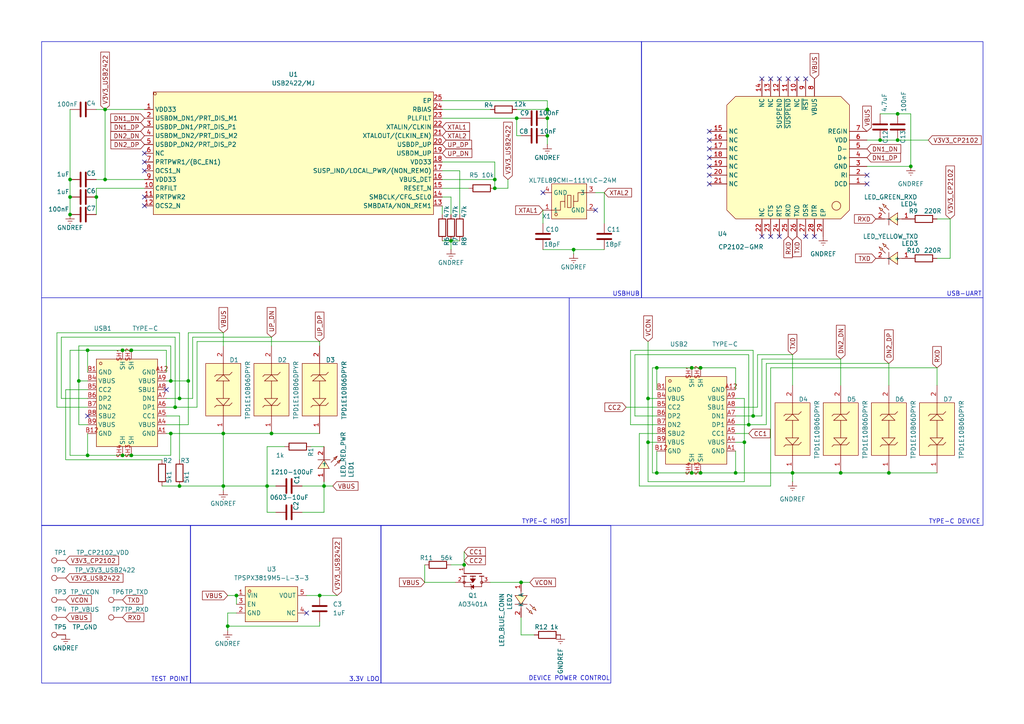
<source format=kicad_sch>
(kicad_sch (version 20250114) (generator "eeschema") (generator_version "9.0")
  (paper "A4")
  (title_block (title "Lichee-Jack USB Debugger") (date "2026-01-17") (rev "1.1") (company "KaliAssistant <work.kaliassistant.github@gmail.com>"))
  (lib_symbols
    (symbol "AO3401A:AO3401A" (pin_names (offset 1.016))
      (property "Reference" "Q" (at -13.97 -1.27 0))
      (property "Value" "AO3401A" (at -13.97 -3.81 0))
      (symbol "AO3401A_0_0"
        (pin passive line (at -5.08 2.54 0) (length 2.54) (name "~") (number "1"))
        (pin passive line (at 0 5.08 270) (length 2.54) (name "~") (number "2"))
        (pin passive line (at 0 -5.08 90) (length 2.54) (name "~") (number "3"))
      )
    )
    (symbol "CP2102-GMR:CP2102-GMR"
      (property "Reference" "U" (at 0 27.94 0))
      (property "Value" "CP2102-GMR" (at 0 -27.94 0))
      (symbol "CP2102-GMR_0_1"
        (pin unspecified line (at -22.86 7.62 0) (length 5.08) (name "DCD") (number "1"))
        (pin unspecified line (at -22.86 5.08 0) (length 5.08) (name "RI") (number "2"))
        (pin unspecified line (at -22.86 2.54 0) (length 5.08) (name "GND") (number "3"))
        (pin unspecified line (at -22.86 0 0) (length 5.08) (name "D+") (number "4"))
        (pin unspecified line (at -22.86 -2.54 0) (length 5.08) (name "D-") (number "5"))
        (pin unspecified line (at -22.86 -5.08 0) (length 5.08) (name "VDD") (number "6"))
        (pin unspecified line (at -22.86 -7.62 0) (length 5.08) (name "REGIN") (number "7"))
        (pin unspecified line (at -10.16 22.86 270) (length 5.08) (name "EP") (number "29"))
        (pin unspecified line (at -7.62 22.86 270) (length 5.08) (name "DTR") (number "28"))
        (pin unspecified line (at -7.62 -22.86 90) (length 5.08) (name "VBUS") (number "8"))
        (pin unspecified line (at -5.08 22.86 270) (length 5.08) (name "DSR") (number "27"))
        (pin unspecified line (at -5.08 -22.86 90) (length 5.08) (name "~{RST}") (number "9"))
        (pin unspecified line (at -2.54 22.86 270) (length 5.08) (name "TXD") (number "26"))
        (pin unspecified line (at -2.54 -22.86 90) (length 5.08) (name "NC") (number "10"))
        (pin unspecified line (at 0 22.86 270) (length 5.08) (name "RXD") (number "25"))
        (pin unspecified line (at 0 -22.86 90) (length 5.08) (name "~{SUSPEND}") (number "11"))
        (pin unspecified line (at 2.54 22.86 270) (length 5.08) (name "RTS") (number "24"))
        (pin unspecified line (at 2.54 -22.86 90) (length 5.08) (name "SUSPEND") (number "12"))
        (pin unspecified line (at 5.08 22.86 270) (length 5.08) (name "CTS") (number "23"))
        (pin unspecified line (at 5.08 -22.86 90) (length 5.08) (name "NC") (number "13"))
        (pin unspecified line (at 7.62 22.86 270) (length 5.08) (name "NC") (number "22"))
        (pin unspecified line (at 7.62 -22.86 90) (length 5.08) (name "NC") (number "14"))
        (pin unspecified line (at 22.86 7.62 180) (length 5.08) (name "NC") (number "21"))
        (pin unspecified line (at 22.86 5.08 180) (length 5.08) (name "NC") (number "20"))
        (pin unspecified line (at 22.86 2.54 180) (length 5.08) (name "NC") (number "19"))
        (pin unspecified line (at 22.86 0 180) (length 5.08) (name "NC") (number "18"))
        (pin unspecified line (at 22.86 -2.54 180) (length 5.08) (name "NC") (number "17"))
        (pin unspecified line (at 22.86 -5.08 180) (length 5.08) (name "NC") (number "16"))
        (pin unspecified line (at 22.86 -7.62 180) (length 5.08) (name "NC") (number "15"))
      )
    )
    (symbol "Connector:TestPoint" (pin_numbers (hide yes)) (pin_names (offset 0.762) (hide yes))
      (property "Reference" "TP" (at 0 6.858 0))
      (property "Value" "TestPoint" (at 0 5.08 0))
      (symbol "TestPoint_1_1"
        (pin passive line (at 0 0 90) (length 2.54) (name "1") (number "1"))
      )
    )
    (symbol "Device:C" (pin_numbers (hide yes)) (pin_names (offset 0.254))
      (property "Reference" "C" (at 0.635 2.54 0))
      (property "Value" "C" (at 0.635 -2.54 0))
      (symbol "C_1_1"
        (pin passive line (at 0 3.81 270) (length 2.794) (name "~") (number "1"))
        (pin passive line (at 0 -3.81 90) (length 2.794) (name "~") (number "2"))
      )
    )
    (symbol "Device:R" (pin_numbers (hide yes)) (pin_names (offset 0))
      (property "Reference" "R" (at 2.032 0 90))
      (property "Value" "R" (at 0 0 90))
      (symbol "R_1_1"
        (pin passive line (at 0 3.81 270) (length 1.27) (name "~") (number "1"))
        (pin passive line (at 0 -3.81 90) (length 1.27) (name "~") (number "2"))
      )
    )
    (symbol "TPD1E10B06DPYR:TPD1E10B06DPYR"
      (property "Reference" "U" (at 0 5.08 0))
      (property "Value" "TPD1E10B06DPYR" (at 0 -5.08 0))
      (symbol "TPD1E10B06DPYR_0_1"
        (pin bidirectional line (at -12.7 0 0) (length 5.08) (name "") (number "1"))
        (pin bidirectional line (at 12.7 0 180) (length 5.08) (name "") (number "2"))
      )
    )
    (symbol "TPSPX3819M5-L-3-3:TPSPX3819M5-L-3-3"
      (property "Reference" "U" (at 0 7.62 0))
      (property "Value" "TPSPX3819M5-L-3-3" (at 0 -7.62 0))
      (symbol "TPSPX3819M5-L-3-3_0_1"
        (pin unspecified line (at -10.16 2.54 0) (length 2.54) (name "VIN") (number "1"))
        (pin unspecified line (at -10.16 0 0) (length 2.54) (name "EN") (number "3"))
        (pin unspecified line (at -10.16 -2.54 0) (length 2.54) (name "GND") (number "2"))
        (pin unspecified line (at 10.16 2.54 180) (length 2.54) (name "VOUT") (number "5"))
        (pin unspecified line (at 10.16 -2.54 180) (length 2.54) (name "NC") (number "4"))
      )
    )
    (symbol "USB-TYPE-C-018:USB-TYPE-C-018"
      (property "Reference" "USB" (at 0 20.32 0))
      (property "Value" "USB-TYPE-C-018" (at 0 -20.32 0))
      (symbol "USB-TYPE-C-018_0_1"
        (pin unspecified line (at -11.43 8.89 0) (length 2.54) (name "GND") (number "B1"))
        (pin unspecified line (at -11.43 6.35 0) (length 2.54) (name "VBUS") (number "B4"))
        (pin unspecified line (at -11.43 3.81 0) (length 2.54) (name "CC2") (number "B5"))
        (pin unspecified line (at -11.43 1.27 0) (length 2.54) (name "DP2") (number "B6"))
        (pin unspecified line (at -11.43 -1.27 0) (length 2.54) (name "DN2") (number "B7"))
        (pin unspecified line (at -11.43 -3.81 0) (length 2.54) (name "SBU2") (number "B8"))
        (pin unspecified line (at -11.43 -6.35 0) (length 2.54) (name "VBUS") (number "B9"))
        (pin unspecified line (at -11.43 -8.89 0) (length 2.54) (name "GND") (number "B12"))
        (pin unspecified line (at 11.43 8.89 180) (length 2.54) (name "GND") (number "A12"))
        (pin unspecified line (at 11.43 6.35 180) (length 2.54) (name "VBUS") (number "A9"))
        (pin unspecified line (at 11.43 3.81 180) (length 2.54) (name "SBU1") (number "A8"))
        (pin unspecified line (at 11.43 1.27 180) (length 2.54) (name "DN1") (number "A7"))
        (pin unspecified line (at 11.43 -1.27 180) (length 2.54) (name "DP1") (number "A6"))
        (pin unspecified line (at 11.43 -3.81 180) (length 2.54) (name "CC1") (number "A5"))
        (pin unspecified line (at 11.43 -6.35 180) (length 2.54) (name "VBUS") (number "A4"))
        (pin unspecified line (at 11.43 -8.89 180) (length 2.54) (name "GND") (number "A1"))
      )
      (symbol "USB-TYPE-C-018_1_1"
        (pin unspecified line (at -1.27 15.24 270) (length 2.54) (name "SH") (number "SH1"))
        (pin unspecified line (at -1.27 -15.24 90) (length 2.54) (name "SH") (number "SH4"))
        (pin unspecified line (at 1.27 15.24 270) (length 2.54) (name "SH") (number "SH2"))
        (pin unspecified line (at 1.27 -15.24 90) (length 2.54) (name "SH") (number "SH3"))
      )
    )
    (symbol "USB-TYPE-C-018_1"
      (property "Reference" "USB" (at 0 20.32 0))
      (property "Value" "USB-TYPE-C-018" (at 0 -20.32 0))
      (symbol "USB-TYPE-C-018_1_0_1"
        (pin unspecified line (at -11.43 8.89 0) (length 2.54) (name "GND") (number "B1"))
        (pin unspecified line (at -11.43 6.35 0) (length 2.54) (name "VBUS") (number "B4"))
        (pin unspecified line (at -11.43 3.81 0) (length 2.54) (name "CC2") (number "B5"))
        (pin unspecified line (at -11.43 1.27 0) (length 2.54) (name "DP2") (number "B6"))
        (pin unspecified line (at -11.43 -1.27 0) (length 2.54) (name "DN2") (number "B7"))
        (pin unspecified line (at -11.43 -3.81 0) (length 2.54) (name "SBU2") (number "B8"))
        (pin unspecified line (at -11.43 -6.35 0) (length 2.54) (name "VBUS") (number "B9"))
        (pin unspecified line (at -11.43 -8.89 0) (length 2.54) (name "GND") (number "B12"))
        (pin unspecified line (at 11.43 8.89 180) (length 2.54) (name "GND") (number "A12"))
        (pin unspecified line (at 11.43 6.35 180) (length 2.54) (name "VBUS") (number "A9"))
        (pin unspecified line (at 11.43 3.81 180) (length 2.54) (name "SBU1") (number "A8"))
        (pin unspecified line (at 11.43 1.27 180) (length 2.54) (name "DN1") (number "A7"))
        (pin unspecified line (at 11.43 -1.27 180) (length 2.54) (name "DP1") (number "A6"))
        (pin unspecified line (at 11.43 -3.81 180) (length 2.54) (name "CC1") (number "A5"))
        (pin unspecified line (at 11.43 -6.35 180) (length 2.54) (name "VBUS") (number "A4"))
        (pin unspecified line (at 11.43 -8.89 180) (length 2.54) (name "GND") (number "A1"))
      )
      (symbol "USB-TYPE-C-018_1_1_1"
        (pin unspecified line (at -1.27 15.24 270) (length 2.54) (name "SH") (number "SH1"))
        (pin unspecified line (at -1.27 -15.24 90) (length 2.54) (name "SH") (number "SH4"))
        (pin unspecified line (at 1.27 15.24 270) (length 2.54) (name "SH") (number "SH2"))
        (pin unspecified line (at 1.27 -15.24 90) (length 2.54) (name "SH") (number "SH3"))
      )
    )
    (symbol "USB2422:USB2422_MJ"
      (property "Reference" "U" (at 0 20.32 0))
      (property "Value" "USB2422/MJ" (at 0 -20.32 0))
      (symbol "USB2422_MJ_0_1"
        (pin unspecified line (at -43.18 12.7 0) (length 2.54) (name "VDD33") (number "1"))
        (pin unspecified line (at -43.18 10.16 0) (length 2.54) (name "USBDM_DN1/PRT_DIS_M1") (number "2"))
        (pin unspecified line (at -43.18 7.62 0) (length 2.54) (name "USBDP_DN1/PRT_DIS_P1") (number "3"))
        (pin unspecified line (at -43.18 5.08 0) (length 2.54) (name "USBDM_DN2/PRT_DIS_M2") (number "4"))
        (pin unspecified line (at -43.18 2.54 0) (length 2.54) (name "USBDP_DN2/PRT_DIS_P2") (number "5"))
        (pin unspecified line (at -43.18 0 0) (length 2.54) (name "NC") (number "6"))
        (pin unspecified line (at -43.18 -2.54 0) (length 2.54) (name "PRTPWR1/(BC_EN1)") (number "7"))
        (pin unspecified line (at -43.18 -5.08 0) (length 2.54) (name "OCS1_N") (number "8"))
        (pin unspecified line (at -43.18 -7.62 0) (length 2.54) (name "VDD33") (number "9"))
        (pin unspecified line (at -43.18 -10.16 0) (length 2.54) (name "CRFILT") (number "10"))
        (pin unspecified line (at -43.18 -12.7 0) (length 2.54) (name "PRTPWR2") (number "11"))
        (pin unspecified line (at -43.18 -15.24 0) (length 2.54) (name "OCS2_N") (number "12"))
        (pin unspecified line (at 43.18 15.24 180) (length 2.54) (name "EP") (number "25"))
        (pin unspecified line (at 43.18 12.7 180) (length 2.54) (name "RBIAS") (number "24"))
        (pin unspecified line (at 43.18 10.16 180) (length 2.54) (name "PLLFILT") (number "23"))
        (pin unspecified line (at 43.18 7.62 180) (length 2.54) (name "XTALIN/CLKIN") (number "22"))
        (pin unspecified line (at 43.18 5.08 180) (length 2.54) (name "XTALOUT/(CLKIN_EN)") (number "21"))
        (pin unspecified line (at 43.18 2.54 180) (length 2.54) (name "USBDP_UP") (number "20"))
        (pin unspecified line (at 43.18 0 180) (length 2.54) (name "USBDM_UP") (number "19"))
        (pin unspecified line (at 43.18 -2.54 180) (length 2.54) (name "VDD33") (number "18"))
        (pin unspecified line (at 43.18 -5.08 180) (length 2.54) (name "SUSP_IND/LOCAL_PWR/(NON_REM0)") (number "17"))
        (pin unspecified line (at 43.18 -7.62 180) (length 2.54) (name "VBUS_DET") (number "16"))
        (pin unspecified line (at 43.18 -10.16 180) (length 2.54) (name "RESET_N") (number "15"))
        (pin unspecified line (at 43.18 -12.7 180) (length 2.54) (name "SMBCLK/CFG_SEL0") (number "14"))
        (pin unspecified line (at 43.18 -15.24 180) (length 2.54) (name "SMBDATA/NON_REM1") (number "13"))
      )
    )
    (symbol "XL7EL89CMI-111YLC-24M:XL7EL89CMI-111YLC-24M"
      (property "Reference" "X" (at 0 7.62 0))
      (property "Value" "XL7EL89CMI-111YLC-24M" (at 0 -7.62 0))
      (symbol "XL7EL89CMI-111YLC-24M_0_1"
        (pin input line (at -7.62 2.54 0) (length 2.54) (name "GND") (number "4"))
        (pin input line (at -7.62 -2.54 0) (length 2.54) (name "1") (number "1"))
        (pin input line (at 7.62 2.54 180) (length 2.54) (name "3") (number "3"))
        (pin input line (at 7.62 -2.54 180) (length 2.54) (name "GND") (number "2"))
      )
    )
    (symbol "YLED0603B:YLED0603B"
      (property "Reference" "LED" (at 0 5.08 0))
      (property "Value" "YLED0603B" (at 0 -5.08 0))
      (symbol "YLED0603B_0_1"
        (pin unspecified line (at -5.08 0 0) (length 2.54) (name "A") (number "1"))
        (pin unspecified line (at 5.08 0 180) (length 2.54) (name "K") (number "2"))
      )
    )
    (symbol "YLED0603G:YLED0603G"
      (property "Reference" "U" (at 0 5.08 0))
      (property "Value" "YLED0603G" (at 0 -5.08 0))
      (symbol "YLED0603G_0_1"
        (pin unspecified line (at -5.08 0 0) (length 2.54) (name "+") (number "1"))
        (pin unspecified line (at 5.08 0 180) (length 2.54) (name "-") (number "2"))
      )
    )
    (symbol "YLED0603R:YLED0603R"
      (property "Reference" "LED" (at 0 5.08 0))
      (property "Value" "YLED0603R" (at 0 -5.08 0))
      (symbol "YLED0603R_0_1"
        (pin unspecified line (at -5.08 0 0) (length 3.81) (name "+") (number "1"))
        (pin unspecified line (at 5.08 0 180) (length 3.81) (name "-") (number "2"))
      )
    )
    (symbol "power:GNDREF" (power) (pin_numbers (hide yes)) (pin_names (offset 0) (hide yes))
      (property "Value" "GNDREF" (at 0 -3.81 0))
      (symbol "GNDREF_1_1"
        (pin power_in line (at 0 0 270) (length 0) (name "~") (number "1"))
      )
    )
  )
  (rectangle (start 12.065 86.36) (end 165.1 152.4))
  (rectangle (start 12.065 152.4) (end 55.245 198.12))
  (rectangle (start 186.055 12.065) (end 285.115 86.36))
  (rectangle (start 12.065 12.065) (end 186.055 86.36))
  (rectangle (start 165.1 86.36) (end 285.115 152.4))
  (rectangle (start 110.49 152.4) (end 177.165 198.12))
  (rectangle (start 55.245 152.4) (end 110.49 198.12))
  (text "TYPE-C HOST" (at 157.988 151.384 0) (effects (font (size 1.27 1.27))))
  (text "USB-UART" (at 279.654 85.344 0) (effects (font (size 1.27 1.27))))
  (text "DEVICE POWER CONTROL" (at 165.1 196.85 0) (effects (font (size 1.27 1.27))))
  (text "3.3V LDO" (at 105.664 197.104 0) (effects (font (size 1.27 1.27))))
  (text "USBHUB" (at 181.61 85.344 0) (effects (font (size 1.27 1.27))))
  (text "TYPE-C DEVICE" (at 276.86 151.384 0) (effects (font (size 1.27 1.27))))
  (text "TEST POINT" (at 49.276 197.104 0) (effects (font (size 1.27 1.27))))
  (junction (at 52.07 115.57))
  (junction (at 27.94 57.15))
  (junction (at 54.61 110.49))
  (junction (at 35.56 132.08))
  (junction (at 218.44 120.65))
  (junction (at 50.8 118.11))
  (junction (at 264.16 48.26))
  (junction (at 64.77 125.73))
  (junction (at 187.96 128.27))
  (junction (at 38.1 101.6))
  (junction (at 255.27 40.64))
  (junction (at 20.32 57.15))
  (junction (at 38.1 132.08))
  (junction (at 143.51 54.61))
  (junction (at 134.62 163.83))
  (junction (at 243.84 137.16))
  (junction (at 143.51 52.07))
  (junction (at 78.74 125.73))
  (junction (at 190.5 137.16))
  (junction (at 158.75 39.37))
  (junction (at 203.2 106.68))
  (junction (at 260.35 40.64))
  (junction (at 52.07 140.97))
  (junction (at 166.37 72.39))
  (junction (at 217.17 123.19))
  (junction (at 130.81 69.85))
  (junction (at 187.96 115.57))
  (junction (at 93.98 140.97))
  (junction (at 200.66 137.16))
  (junction (at 66.04 181.61))
  (junction (at 158.75 31.75))
  (junction (at 215.9 128.27))
  (junction (at 200.66 106.68))
  (junction (at 49.53 125.73))
  (junction (at 64.77 140.97))
  (junction (at 30.48 31.75))
  (junction (at 68.58 172.72))
  (junction (at 203.2 137.16))
  (junction (at 20.32 52.07))
  (junction (at 25.4 101.6))
  (junction (at 30.48 52.07))
  (junction (at 190.5 106.68))
  (junction (at 49.53 110.49))
  (junction (at 260.35 33.02))
  (junction (at 77.47 140.97))
  (junction (at 149.86 34.29))
  (junction (at 25.4 132.08))
  (junction (at 92.71 172.72))
  (junction (at 158.75 34.29))
  (junction (at 257.81 137.16))
  (junction (at 151.13 168.91))
  (junction (at 35.56 101.6))
  (junction (at 229.87 137.16))
  (junction (at 213.36 137.16))
  (junction (at 20.32 62.23))
  (junction (at 22.86 110.49))
  (no_connect (at 172.72 60.96))
  (no_connect (at 48.26 113.03))
  (no_connect (at 41.91 59.69))
  (no_connect (at 205.74 53.34))
  (no_connect (at 251.46 53.34))
  (no_connect (at 228.6 22.86))
  (no_connect (at 157.48 55.88))
  (no_connect (at 88.9 177.8))
  (no_connect (at 233.68 22.86))
  (no_connect (at 226.06 68.58))
  (no_connect (at 231.14 22.86))
  (no_connect (at 41.91 44.45))
  (no_connect (at 236.22 68.58))
  (no_connect (at 205.74 38.1))
  (no_connect (at 25.4 120.65))
  (no_connect (at 205.74 50.8))
  (no_connect (at 41.91 57.15))
  (no_connect (at 223.52 22.86))
  (no_connect (at 41.91 46.99))
  (no_connect (at 205.74 43.18))
  (no_connect (at 205.74 48.26))
  (no_connect (at 41.91 49.53))
  (no_connect (at 223.52 68.58))
  (no_connect (at 220.98 22.86))
  (no_connect (at 205.74 45.72))
  (no_connect (at 220.98 68.58))
  (no_connect (at 226.06 22.86))
  (no_connect (at 233.68 68.58))
  (no_connect (at 205.74 40.64))
  (no_connect (at 251.46 50.8))
  (wire (pts (xy 46.99 140.97) (xy 52.07 140.97)))
  (wire (pts (xy 48.26 110.49) (xy 49.53 110.49)))
  (wire (pts (xy 255.27 33.02) (xy 260.35 33.02)))
  (wire (pts (xy 77.47 148.59) (xy 77.47 140.97)))
  (wire (pts (xy 30.48 52.07) (xy 30.48 31.75)))
  (wire (pts (xy 27.94 31.75) (xy 30.48 31.75)))
  (wire (pts (xy 92.71 180.34) (xy 92.71 181.61)))
  (wire (pts (xy 27.94 62.23) (xy 27.94 57.15)))
  (wire (pts (xy 130.81 57.15) (xy 130.81 62.23)))
  (wire (pts (xy 66.04 182.88) (xy 66.04 181.61)))
  (wire (pts (xy 20.32 132.08) (xy 20.32 101.6)))
  (wire (pts (xy 25.4 132.08) (xy 35.56 132.08)))
  (wire (pts (xy 158.75 29.21) (xy 158.75 31.75)))
  (wire (pts (xy 187.96 115.57) (xy 187.96 128.27)))
  (wire (pts (xy 217.17 102.87) (xy 217.17 123.19)))
  (wire (pts (xy 275.59 63.5) (xy 275.59 74.93)))
  (wire (pts (xy 149.86 31.75) (xy 158.75 31.75)))
  (wire (pts (xy 190.5 137.16) (xy 200.66 137.16)))
  (wire (pts (xy 222.25 123.19) (xy 222.25 105.41)))
  (wire (pts (xy 27.94 57.15) (xy 27.94 54.61)))
  (wire (pts (xy 189.23 137.16) (xy 189.23 106.68)))
  (wire (pts (xy 19.05 133.35) (xy 46.99 133.35)))
  (wire (pts (xy 157.48 60.96) (xy 157.48 64.77)))
  (wire (pts (xy 66.04 177.8) (xy 68.58 177.8)))
  (wire (pts (xy 215.9 128.27) (xy 215.9 115.57)))
  (wire (pts (xy 30.48 31.75) (xy 41.91 31.75)))
  (wire (pts (xy 48.26 120.65) (xy 52.07 120.65)))
  (wire (pts (xy 22.86 110.49) (xy 22.86 100.33)))
  (wire (pts (xy 48.26 107.95) (xy 48.26 101.6)))
  (wire (pts (xy 184.15 120.65) (xy 184.15 102.87)))
  (wire (pts (xy 25.4 107.95) (xy 25.4 101.6)))
  (wire (pts (xy 64.77 125.73) (xy 64.77 140.97)))
  (wire (pts (xy 123.19 168.91) (xy 132.08 168.91)))
  (wire (pts (xy 17.78 97.79) (xy 50.8 97.79)))
  (wire (pts (xy 52.07 140.97) (xy 64.77 140.97)))
  (wire (pts (xy 128.27 34.29) (xy 149.86 34.29)))
  (wire (pts (xy 22.86 123.19) (xy 22.86 110.49)))
  (wire (pts (xy 151.13 184.15) (xy 151.13 179.07)))
  (wire (pts (xy 128.27 52.07) (xy 143.51 52.07)))
  (wire (pts (xy 57.15 99.06) (xy 92.71 99.06)))
  (wire (pts (xy 220.98 104.14) (xy 243.84 104.14)))
  (wire (pts (xy 130.81 69.85) (xy 130.81 72.39)))
  (wire (pts (xy 66.04 172.72) (xy 68.58 172.72)))
  (wire (pts (xy 68.58 172.72) (xy 68.58 175.26)))
  (wire (pts (xy 50.8 97.79) (xy 50.8 118.11)))
  (wire (pts (xy 255.27 40.64) (xy 260.35 40.64)))
  (wire (pts (xy 223.52 106.68) (xy 271.78 106.68)))
  (wire (pts (xy 158.75 39.37) (xy 158.75 41.91)))
  (wire (pts (xy 149.86 34.29) (xy 151.13 34.29)))
  (wire (pts (xy 213.36 137.16) (xy 213.36 130.81)))
  (wire (pts (xy 22.86 100.33) (xy 49.53 100.33)))
  (wire (pts (xy 20.32 101.6) (xy 25.4 101.6)))
  (wire (pts (xy 190.5 137.16) (xy 189.23 137.16)))
  (wire (pts (xy 190.5 115.57) (xy 187.96 115.57)))
  (wire (pts (xy 66.04 181.61) (xy 66.04 177.8)))
  (wire (pts (xy 20.32 52.07) (xy 20.32 57.15)))
  (wire (pts (xy 48.26 115.57) (xy 52.07 115.57)))
  (wire (pts (xy 166.37 73.66) (xy 166.37 72.39)))
  (wire (pts (xy 25.4 118.11) (xy 16.51 118.11)))
  (wire (pts (xy 54.61 96.52) (xy 64.77 96.52)))
  (wire (pts (xy 52.07 96.52) (xy 52.07 115.57)))
  (wire (pts (xy 78.74 97.79) (xy 78.74 100.33)))
  (wire (pts (xy 172.72 55.88) (xy 175.26 55.88)))
  (wire (pts (xy 77.47 140.97) (xy 77.47 129.54)))
  (wire (pts (xy 229.87 139.7) (xy 229.87 137.16)))
  (wire (pts (xy 218.44 101.6) (xy 218.44 120.65)))
  (wire (pts (xy 190.5 123.19) (xy 182.88 123.19)))
  (wire (pts (xy 190.5 106.68) (xy 200.66 106.68)))
  (wire (pts (xy 189.23 106.68) (xy 190.5 106.68)))
  (wire (pts (xy 20.32 57.15) (xy 20.32 62.23)))
  (wire (pts (xy 147.32 52.07) (xy 147.32 54.61)))
  (wire (pts (xy 154.94 184.15) (xy 151.13 184.15)))
  (wire (pts (xy 143.51 46.99) (xy 143.51 52.07)))
  (wire (pts (xy 185.42 125.73) (xy 185.42 140.97)))
  (wire (pts (xy 128.27 31.75) (xy 142.24 31.75)))
  (wire (pts (xy 243.84 104.14) (xy 243.84 111.76)))
  (wire (pts (xy 128.27 54.61) (xy 135.89 54.61)))
  (wire (pts (xy 158.75 31.75) (xy 158.75 34.29)))
  (wire (pts (xy 264.16 33.02) (xy 264.16 48.26)))
  (wire (pts (xy 64.77 96.52) (xy 64.77 100.33)))
  (wire (pts (xy 128.27 69.85) (xy 130.81 69.85)))
  (wire (pts (xy 213.36 106.68) (xy 213.36 113.03)))
  (wire (pts (xy 16.51 118.11) (xy 16.51 96.52)))
  (wire (pts (xy 215.9 115.57) (xy 213.36 115.57)))
  (wire (pts (xy 25.4 101.6) (xy 35.56 101.6)))
  (wire (pts (xy 219.71 118.11) (xy 219.71 102.87)))
  (wire (pts (xy 78.74 125.73) (xy 92.71 125.73)))
  (wire (pts (xy 260.35 33.02) (xy 264.16 33.02)))
  (wire (pts (xy 251.46 40.64) (xy 255.27 40.64)))
  (wire (pts (xy 97.79 172.72) (xy 92.71 172.72)))
  (wire (pts (xy 123.19 163.83) (xy 123.19 168.91)))
  (wire (pts (xy 87.63 140.97) (xy 93.98 140.97)))
  (wire (pts (xy 251.46 48.26) (xy 264.16 48.26)))
  (wire (pts (xy 182.88 123.19) (xy 182.88 101.6)))
  (wire (pts (xy 93.98 140.97) (xy 93.98 139.7)))
  (wire (pts (xy 203.2 106.68) (xy 213.36 106.68)))
  (wire (pts (xy 20.32 132.08) (xy 25.4 132.08)))
  (wire (pts (xy 25.4 123.19) (xy 22.86 123.19)))
  (wire (pts (xy 128.27 29.21) (xy 158.75 29.21)))
  (wire (pts (xy 128.27 49.53) (xy 133.35 49.53)))
  (wire (pts (xy 80.01 148.59) (xy 77.47 148.59)))
  (wire (pts (xy 275.59 74.93) (xy 271.78 74.93)))
  (wire (pts (xy 260.35 40.64) (xy 269.24 40.64)))
  (wire (pts (xy 50.8 118.11) (xy 57.15 118.11)))
  (wire (pts (xy 64.77 140.97) (xy 77.47 140.97)))
  (wire (pts (xy 16.51 96.52) (xy 52.07 96.52)))
  (wire (pts (xy 27.94 52.07) (xy 30.48 52.07)))
  (wire (pts (xy 275.59 63.5) (xy 271.78 63.5)))
  (wire (pts (xy 190.5 113.03) (xy 190.5 106.68)))
  (wire (pts (xy 25.4 113.03) (xy 19.05 113.03)))
  (wire (pts (xy 213.36 128.27) (xy 215.9 128.27)))
  (wire (pts (xy 54.61 123.19) (xy 54.61 110.49)))
  (wire (pts (xy 128.27 57.15) (xy 130.81 57.15)))
  (wire (pts (xy 64.77 125.73) (xy 78.74 125.73)))
  (wire (pts (xy 25.4 125.73) (xy 25.4 132.08)))
  (wire (pts (xy 93.98 148.59) (xy 93.98 140.97)))
  (wire (pts (xy 213.36 120.65) (xy 218.44 120.65)))
  (wire (pts (xy 54.61 110.49) (xy 54.61 96.52)))
  (wire (pts (xy 49.53 110.49) (xy 54.61 110.49)))
  (wire (pts (xy 55.88 115.57) (xy 55.88 97.79)))
  (wire (pts (xy 190.5 120.65) (xy 184.15 120.65)))
  (wire (pts (xy 215.9 139.7) (xy 187.96 139.7)))
  (wire (pts (xy 41.91 52.07) (xy 30.48 52.07)))
  (wire (pts (xy 243.84 137.16) (xy 257.81 137.16)))
  (wire (pts (xy 64.77 140.97) (xy 64.77 142.24)))
  (wire (pts (xy 49.53 132.08) (xy 49.53 125.73)))
  (wire (pts (xy 80.01 140.97) (xy 77.47 140.97)))
  (wire (pts (xy 19.05 113.03) (xy 19.05 133.35)))
  (wire (pts (xy 55.88 97.79) (xy 78.74 97.79)))
  (wire (pts (xy 128.27 59.69) (xy 128.27 62.23)))
  (wire (pts (xy 82.55 129.54) (xy 77.47 129.54)))
  (wire (pts (xy 27.94 54.61) (xy 41.91 54.61)))
  (wire (pts (xy 181.61 118.11) (xy 190.5 118.11)))
  (wire (pts (xy 187.96 139.7) (xy 187.96 128.27)))
  (wire (pts (xy 143.51 52.07) (xy 143.51 54.61)))
  (wire (pts (xy 190.5 130.81) (xy 190.5 137.16)))
  (wire (pts (xy 130.81 69.85) (xy 133.35 69.85)))
  (wire (pts (xy 182.88 101.6) (xy 218.44 101.6)))
  (wire (pts (xy 49.53 100.33) (xy 49.53 110.49)))
  (wire (pts (xy 38.1 101.6) (xy 35.56 101.6)))
  (wire (pts (xy 220.98 120.65) (xy 220.98 104.14)))
  (wire (pts (xy 151.13 39.37) (xy 149.86 39.37)))
  (wire (pts (xy 128.27 46.99) (xy 143.51 46.99)))
  (wire (pts (xy 147.32 54.61) (xy 143.51 54.61)))
  (wire (pts (xy 215.9 128.27) (xy 215.9 139.7)))
  (wire (pts (xy 166.37 72.39) (xy 175.26 72.39)))
  (wire (pts (xy 222.25 105.41) (xy 257.81 105.41)))
  (wire (pts (xy 213.36 123.19) (xy 217.17 123.19)))
  (wire (pts (xy 218.44 120.65) (xy 220.98 120.65)))
  (wire (pts (xy 175.26 55.88) (xy 175.26 64.77)))
  (wire (pts (xy 92.71 181.61) (xy 66.04 181.61)))
  (wire (pts (xy 48.26 123.19) (xy 54.61 123.19)))
  (wire (pts (xy 88.9 172.72) (xy 92.71 172.72)))
  (wire (pts (xy 52.07 115.57) (xy 55.88 115.57)))
  (wire (pts (xy 87.63 148.59) (xy 93.98 148.59)))
  (wire (pts (xy 219.71 102.87) (xy 229.87 102.87)))
  (wire (pts (xy 142.24 168.91) (xy 151.13 168.91)))
  (wire (pts (xy 153.67 168.91) (xy 151.13 168.91)))
  (wire (pts (xy 213.36 137.16) (xy 229.87 137.16)))
  (wire (pts (xy 17.78 115.57) (xy 25.4 115.57)))
  (wire (pts (xy 158.75 34.29) (xy 158.75 39.37)))
  (wire (pts (xy 38.1 132.08) (xy 49.53 132.08)))
  (wire (pts (xy 223.52 140.97) (xy 223.52 106.68)))
  (wire (pts (xy 190.5 125.73) (xy 185.42 125.73)))
  (wire (pts (xy 213.36 118.11) (xy 219.71 118.11)))
  (wire (pts (xy 48.26 118.11) (xy 50.8 118.11)))
  (wire (pts (xy 229.87 102.87) (xy 229.87 111.76)))
  (wire (pts (xy 185.42 140.97) (xy 223.52 140.97)))
  (wire (pts (xy 96.52 140.97) (xy 93.98 140.97)))
  (wire (pts (xy 217.17 125.73) (xy 213.36 125.73)))
  (wire (pts (xy 184.15 102.87) (xy 217.17 102.87)))
  (wire (pts (xy 22.86 110.49) (xy 25.4 110.49)))
  (wire (pts (xy 20.32 31.75) (xy 20.32 52.07)))
  (wire (pts (xy 48.26 125.73) (xy 49.53 125.73)))
  (wire (pts (xy 200.66 137.16) (xy 203.2 137.16)))
  (wire (pts (xy 130.81 163.83) (xy 134.62 163.83)))
  (wire (pts (xy 229.87 137.16) (xy 243.84 137.16)))
  (wire (pts (xy 187.96 128.27) (xy 190.5 128.27)))
  (wire (pts (xy 149.86 34.29) (xy 149.86 39.37)))
  (wire (pts (xy 157.48 72.39) (xy 166.37 72.39)))
  (wire (pts (xy 271.78 106.68) (xy 271.78 111.76)))
  (wire (pts (xy 257.81 137.16) (xy 271.78 137.16)))
  (wire (pts (xy 90.17 129.54) (xy 93.98 129.54)))
  (wire (pts (xy 187.96 99.06) (xy 187.96 115.57)))
  (wire (pts (xy 257.81 105.41) (xy 257.81 111.76)))
  (wire (pts (xy 134.62 160.02) (xy 134.62 163.83)))
  (wire (pts (xy 57.15 118.11) (xy 57.15 99.06)))
  (wire (pts (xy 203.2 137.16) (xy 213.36 137.16)))
  (wire (pts (xy 52.07 120.65) (xy 52.07 133.35)))
  (wire (pts (xy 48.26 101.6) (xy 38.1 101.6)))
  (wire (pts (xy 35.56 132.08) (xy 38.1 132.08)))
  (wire (pts (xy 17.78 115.57) (xy 17.78 97.79)))
  (wire (pts (xy 217.17 123.19) (xy 222.25 123.19)))
  (wire (pts (xy 92.71 99.06) (xy 92.71 100.33)))
  (wire (pts (xy 133.35 49.53) (xy 133.35 62.23)))
  (wire (pts (xy 49.53 125.73) (xy 64.77 125.73)))
  (wire (pts (xy 200.66 106.68) (xy 203.2 106.68)))
  (global_label "TXD" (shape input) (at 229.87 102.87 90) (property "Intersheetrefs" "${INTERSHEET_REFS}" (effects (hide yes))))
  (global_label "RXD" (shape input) (at 228.6 68.58 270) (property "Intersheetrefs" "${INTERSHEET_REFS}" (effects (hide yes))))
  (global_label "DN2_DN" (shape input) (at 243.84 104.14 90) (property "Intersheetrefs" "${INTERSHEET_REFS}" (effects (hide yes))))
  (global_label "V3V3_USB2422" (shape input) (at 147.32 52.07 90) (property "Intersheetrefs" "${INTERSHEET_REFS}" (effects (hide yes))))
  (global_label "V3V3_CP2102" (shape input) (at 269.24 40.64 0) (property "Intersheetrefs" "${INTERSHEET_REFS}" (effects (hide yes))))
  (global_label "DN2_DP" (shape input) (at 257.81 105.41 90) (property "Intersheetrefs" "${INTERSHEET_REFS}" (effects (hide yes))))
  (global_label "V3V3_USB2422" (shape input) (at 97.79 172.72 90) (property "Intersheetrefs" "${INTERSHEET_REFS}" (effects (hide yes))))
  (global_label "DN2_DP" (shape input) (at 41.91 41.91 180) (property "Intersheetrefs" "${INTERSHEET_REFS}" (effects (hide yes))))
  (global_label "CC2" (shape input) (at 134.62 162.56 0) (property "Intersheetrefs" "${INTERSHEET_REFS}" (effects (hide yes))))
  (global_label "XTAL1" (shape input) (at 157.48 60.96 180) (property "Intersheetrefs" "${INTERSHEET_REFS}" (effects (hide yes))))
  (global_label "RXD" (shape input) (at 254 63.5 180) (property "Intersheetrefs" "${INTERSHEET_REFS}" (effects (hide yes))))
  (global_label "CC1" (shape input) (at 217.17 125.73 0) (property "Intersheetrefs" "${INTERSHEET_REFS}" (effects (hide yes))))
  (global_label "DN1_DP" (shape input) (at 251.46 45.72 0) (property "Intersheetrefs" "${INTERSHEET_REFS}" (effects (hide yes))))
  (global_label "TXD" (shape input) (at 254 74.93 180) (property "Intersheetrefs" "${INTERSHEET_REFS}" (effects (hide yes))))
  (global_label "CC1" (shape input) (at 134.62 160.02 0) (property "Intersheetrefs" "${INTERSHEET_REFS}" (effects (hide yes))))
  (global_label "VBUS" (shape input) (at 251.46 38.1 90) (property "Intersheetrefs" "${INTERSHEET_REFS}" (effects (hide yes))))
  (global_label "VCON" (shape input) (at 19.05 173.99 0) (property "Intersheetrefs" "${INTERSHEET_REFS}" (effects (hide yes))))
  (global_label "VBUS" (shape input) (at 96.52 140.97 0) (property "Intersheetrefs" "${INTERSHEET_REFS}" (effects (hide yes))))
  (global_label "V3V3_CP2102" (shape input) (at 275.59 63.5 90) (property "Intersheetrefs" "${INTERSHEET_REFS}" (effects (hide yes))))
  (global_label "XTAL2" (shape input) (at 128.27 39.37 0) (property "Intersheetrefs" "${INTERSHEET_REFS}" (effects (hide yes))))
  (global_label "DN1_DN" (shape input) (at 251.46 43.18 0) (property "Intersheetrefs" "${INTERSHEET_REFS}" (effects (hide yes))))
  (global_label "VBUS" (shape input) (at 66.04 172.72 180) (property "Intersheetrefs" "${INTERSHEET_REFS}" (effects (hide yes))))
  (global_label "VBUS" (shape input) (at 236.22 22.86 90) (property "Intersheetrefs" "${INTERSHEET_REFS}" (effects (hide yes))))
  (global_label "VBUS" (shape input) (at 64.77 96.52 90) (property "Intersheetrefs" "${INTERSHEET_REFS}" (effects (hide yes))))
  (global_label "DN2_DN" (shape input) (at 41.91 39.37 180) (property "Intersheetrefs" "${INTERSHEET_REFS}" (effects (hide yes))))
  (global_label "VCON" (shape input) (at 187.96 99.06 90) (property "Intersheetrefs" "${INTERSHEET_REFS}" (effects (hide yes))))
  (global_label "UP_DP" (shape input) (at 128.27 41.91 0) (property "Intersheetrefs" "${INTERSHEET_REFS}" (effects (hide yes))))
  (global_label "UP_DN" (shape input) (at 128.27 44.45 0) (property "Intersheetrefs" "${INTERSHEET_REFS}" (effects (hide yes))))
  (global_label "DN1_DP" (shape input) (at 41.91 36.83 180) (property "Intersheetrefs" "${INTERSHEET_REFS}" (effects (hide yes))))
  (global_label "TXD" (shape input) (at 231.14 68.58 270) (property "Intersheetrefs" "${INTERSHEET_REFS}" (effects (hide yes))))
  (global_label "VCON" (shape input) (at 153.67 168.91 0) (property "Intersheetrefs" "${INTERSHEET_REFS}" (effects (hide yes))))
  (global_label "RXD" (shape input) (at 35.56 179.07 0) (property "Intersheetrefs" "${INTERSHEET_REFS}" (effects (hide yes))))
  (global_label "RXD" (shape input) (at 271.78 106.68 90) (property "Intersheetrefs" "${INTERSHEET_REFS}" (effects (hide yes))))
  (global_label "XTAL2" (shape input) (at 175.26 55.88 0) (property "Intersheetrefs" "${INTERSHEET_REFS}" (effects (hide yes))))
  (global_label "V3V3_USB2422" (shape input) (at 30.48 31.75 90) (property "Intersheetrefs" "${INTERSHEET_REFS}" (effects (hide yes))))
  (global_label "DN1_DN" (shape input) (at 41.91 34.29 180) (property "Intersheetrefs" "${INTERSHEET_REFS}" (effects (hide yes))))
  (global_label "TXD" (shape input) (at 35.56 173.99 0) (property "Intersheetrefs" "${INTERSHEET_REFS}" (effects (hide yes))))
  (global_label "VBUS" (shape input) (at 123.19 168.91 180) (property "Intersheetrefs" "${INTERSHEET_REFS}" (effects (hide yes))))
  (global_label "UP_DN" (shape input) (at 78.74 97.79 90) (property "Intersheetrefs" "${INTERSHEET_REFS}" (effects (hide yes))))
  (global_label "V3V3_CP2102" (shape input) (at 19.05 162.56 0) (property "Intersheetrefs" "${INTERSHEET_REFS}" (effects (hide yes))))
  (global_label "CC2" (shape input) (at 181.61 118.11 180) (property "Intersheetrefs" "${INTERSHEET_REFS}" (effects (hide yes))))
  (global_label "V3V3_USB2422" (shape input) (at 19.05 167.64 0) (property "Intersheetrefs" "${INTERSHEET_REFS}" (effects (hide yes))))
  (global_label "UP_DP" (shape input) (at 92.71 99.06 90) (property "Intersheetrefs" "${INTERSHEET_REFS}" (effects (hide yes))))
  (global_label "XTAL1" (shape input) (at 128.27 36.83 0) (property "Intersheetrefs" "${INTERSHEET_REFS}" (effects (hide yes))))
  (global_label "VBUS" (shape input) (at 19.05 179.07 0) (property "Intersheetrefs" "${INTERSHEET_REFS}" (effects (hide yes))))
  (symbol (lib_id "Device:C") (at 175.26 68.58 0) (unit 1)
    (property "Reference" "C11" (at 176.022 66.548 0) (effects (justify left)))
    (property "Value" "18pF" (at 175.514 70.866 0) (effects (justify left)))
    (property "Footprint" "Capacitor_SMD:C_0402_1005Metric" (effects (hide yes)))
    (property "Description" "Unpolarized capacitor" (effects (hide yes)))
  )
  (symbol (lib_id "power:GNDREF") (at 162.56 184.15 0) (unit 1)
    (property "Reference" "#PWR011" (effects (hide yes)))
    (property "Value" "GNDREF" (at 162.5601 187.96 90) (effects (justify right)))
    (property "Description" "Power symbol creates a global label with name \"GNDREF\" , reference supply ground" (effects (hide yes)))
  )
  (symbol (lib_id "USB2422:USB2422_MJ") (at 85.09 44.45 0) (unit 1)
    (property "Reference" "U1" (at 85.09 21.59 0))
    (property "Value" "USB2422/MJ" (at 85.09 24.13 0))
    (property "Footprint" "USB2422:QFN-24_L4.0-W4.0-P0.50-BL-EP2.6" (effects (hide yes)))
    (property "LCSC Part" "C633330" (effects (hide yes)))
  )
  (symbol (lib_id "power:GNDREF") (at 130.81 72.39 0) (unit 1)
    (property "Reference" "#PWR05" (effects (hide yes)))
    (property "Value" "GNDREF" (at 130.81 76.2 0))
    (property "Description" "Power symbol creates a global label with name \"GNDREF\" , reference supply ground" (effects (hide yes)))
  )
  (symbol (lib_id "Device:C") (at 24.13 31.75 270) (unit 1)
    (property "Reference" "C4" (at 26.416 29.972 90))
    (property "Value" "100nF" (at 19.558 30.226 90))
    (property "Footprint" "Capacitor_SMD:C_0402_1005Metric" (effects (hide yes)))
    (property "Description" "Unpolarized capacitor" (effects (hide yes)))
  )
  (symbol (lib_id "Device:R") (at 267.97 74.93 90) (unit 1)
    (property "Reference" "R10" (at 264.922 72.644 90))
    (property "Value" "220R" (at 270.51 72.644 90))
    (property "Footprint" "Resistor_SMD:R_0402_1005Metric" (effects (hide yes)))
    (property "Description" "Resistor" (effects (hide yes)))
  )
  (symbol (lib_id "Connector:TestPoint") (at 35.56 179.07 90) (unit 1)
    (property "Reference" "TP7" (at 34.29 176.784 90))
    (property "Value" "TP_RXD" (at 39.624 176.784 90))
    (property "Footprint" "TestPoint:TestPoint_Pad_D1.0mm" (effects (hide yes)))
    (property "Description" "test point" (effects (hide yes)))
  )
  (symbol (lib_id "Connector:TestPoint") (at 19.05 167.64 90) (unit 1) (in_bom no)
    (property "Reference" "TP2" (at 17.272 165.354 90))
    (property "Value" "TP_V3V3_USB2422" (at 30.48 165.354 90))
    (property "Footprint" "TestPoint:TestPoint_Pad_D1.0mm" (effects (hide yes)))
    (property "Description" "test point" (effects (hide yes)))
  )
  (symbol (lib_id "power:GNDREF") (at 158.75 41.91 0) (unit 1)
    (property "Reference" "#PWR04" (effects (hide yes)))
    (property "Value" "GNDREF" (at 158.75 45.72 0))
    (property "Description" "Power symbol creates a global label with name \"GNDREF\" , reference supply ground" (effects (hide yes)))
  )
  (symbol (lib_id "power:GNDREF") (at 229.87 139.7 0) (unit 1)
    (property "Reference" "#PWR010" (effects (hide yes)))
    (property "Value" "GNDREF" (at 229.87 144.78 0))
    (property "Description" "Power symbol creates a global label with name \"GNDREF\" , reference supply ground" (effects (hide yes)))
  )
  (symbol (lib_id "Device:C") (at 255.27 36.83 0) (unit 1)
    (property "Reference" "C12" (at 256.794 41.656 90) (effects (justify left)))
    (property "Value" "4.7uF" (at 256.54 32.512 90) (effects (justify left)))
    (property "Footprint" "Capacitor_SMD:C_0402_1005Metric" (effects (hide yes)))
    (property "Description" "Unpolarized capacitor" (effects (hide yes)))
  )
  (symbol (lib_id "YLED0603G:YLED0603G") (at 259.08 63.5 0) (mirror y) (unit 1)
    (property "Reference" "LED4" (at 263.652 59.182 0))
    (property "Value" "LED_GREEN_RXD" (at 258.32 57.15 0))
    (property "Footprint" "YLED0603G:LED0603-FD" (effects (hide yes)))
    (property "LCSC Part" "C19273151" (effects (hide yes)))
  )
  (symbol (lib_id "Device:R") (at 127 163.83 90) (unit 1)
    (property "Reference" "R11" (at 123.698 161.798 90))
    (property "Value" "56k" (at 129.54 161.798 90))
    (property "Footprint" "Resistor_SMD:R_0402_1005Metric" (effects (hide yes)))
    (property "Description" "Resistor" (effects (hide yes)))
  )
  (symbol (lib_id "power:GNDREF") (at 64.77 142.24 0) (unit 1)
    (property "Reference" "#PWR02" (effects (hide yes)))
    (property "Value" "GNDREF" (at 64.77 146.05 0))
    (property "Description" "Power symbol creates a global label with name \"GNDREF\" , reference supply ground" (effects (hide yes)))
  )
  (symbol (lib_id "Device:C") (at 154.94 39.37 270) (unit 1)
    (property "Reference" "C8" (at 151.892 38.1 90))
    (property "Value" "10nF" (at 159.004 38.1 90))
    (property "Footprint" "Capacitor_SMD:C_0402_1005Metric" (effects (hide yes)))
    (property "Description" "Unpolarized capacitor" (effects (hide yes)))
  )
  (symbol (lib_id "Device:R") (at 146.05 31.75 90) (unit 1)
    (property "Reference" "R4" (at 141.732 30.48 90))
    (property "Value" "12k" (at 150.876 30.226 90))
    (property "Footprint" "Resistor_SMD:R_0402_1005Metric" (effects (hide yes)))
    (property "Description" "Resistor" (effects (hide yes)))
  )
  (symbol (lib_id "Device:R") (at 158.75 184.15 90) (unit 1)
    (property "Reference" "R12" (at 156.972 181.864 90))
    (property "Value" "1k" (at 160.782 181.864 90))
    (property "Footprint" "Resistor_SMD:R_0402_1005Metric" (effects (hide yes)))
    (property "Description" "Resistor" (effects (hide yes)))
  )
  (symbol (lib_name "USB-TYPE-C-018_1") (lib_id "USB-TYPE-C-018:USB-TYPE-C-018") (at 36.83 116.84 0) (unit 1)
    (property "Reference" "USB1" (at 27.178 95.25 0) (effects (justify left)))
    (property "Value" "TYPE-C" (at 38.354 95.25 0) (effects (justify left)))
    (property "Footprint" "USB-TYPE-C-018:USB-C_SMD-TYPE-C-31-M-12" (effects (hide yes)))
    (property "LCSC Part" "C2927038" (effects (hide yes)))
  )
  (symbol (lib_id "Connector:TestPoint") (at 19.05 179.07 90) (unit 1) (in_bom no)
    (property "Reference" "TP4" (at 17.526 176.784 90))
    (property "Value" "TP_VBUS" (at 24.638 176.784 90))
    (property "Footprint" "TestPoint:TestPoint_Pad_D1.0mm" (effects (hide yes)))
    (property "Description" "test point" (effects (hide yes)))
  )
  (symbol (lib_id "Connector:TestPoint") (at 35.56 173.99 90) (unit 1)
    (property "Reference" "TP6" (at 34.29 171.704 90))
    (property "Value" "TP_TXD" (at 39.624 171.704 90))
    (property "Footprint" "TestPoint:TestPoint_Pad_D1.0mm" (effects (hide yes)))
    (property "Description" "test point" (effects (hide yes)))
  )
  (symbol (lib_id "USB-TYPE-C-018:USB-TYPE-C-018") (at 201.93 121.92 0) (unit 1)
    (property "Reference" "USB2" (at 194.31 99.822 0) (effects (justify left)))
    (property "Value" "TYPE-C" (at 206.502 99.822 0) (effects (justify left)))
    (property "Footprint" "USB-TYPE-C-018:USB-C_SMD-TYPE-C-31-M-12" (effects (hide yes)))
    (property "LCSC Part" "C2927038" (effects (hide yes)))
  )
  (symbol (lib_id "TPSPX3819M5-L-3-3:TPSPX3819M5-L-3-3") (at 78.74 175.26 0) (unit 1)
    (property "Reference" "U3" (at 78.74 165.1 0))
    (property "Value" "TPSPX3819M5-L-3-3" (at 78.74 167.64 0))
    (property "Footprint" "TPSPX3819M5-L-3-3:SOT-23-5_L3.0-W1.6-P0.95-LS2.8-BR" (effects (hide yes)))
    (property "LCSC Part" "C5370980" (effects (hide yes)))
  )
  (symbol (lib_id "TPD1E10B06DPYR:TPD1E10B06DPYR") (at 271.78 124.46 90) (unit 1)
    (property "Reference" "D7" (at 273.558 115.824 90) (effects (justify right)))
    (property "Value" "TPD1E10B06DPYR" (at 278.892 116.078 0) (effects (justify right)))
    (property "Footprint" "TPD1E10B06DPYR:X1SON-2_L1.0-W0.6-P0.65-BI" (effects (hide yes)))
    (property "Datasheet" "https://lcsc.com/product-detail/Interface-ICs_TI_TPD1E10B06DPYR_TPD1E10B06DPYR_C48260.html" (effects (hide yes)))
    (property "LCSC Part" "C48260" (effects (hide yes)))
  )
  (symbol (lib_id "Device:C") (at 83.82 140.97 270) (mirror x) (unit 1)
    (property "Reference" "C1" (at 86.106 140.462 0) (effects (justify left)))
    (property "Value" "1210-100uF" (at 78.486 136.906 90) (effects (justify left)))
    (property "Footprint" "Capacitor_SMD:C_1210_3225Metric" (effects (hide yes)))
    (property "Description" "Unpolarized capacitor" (effects (hide yes)))
  )
  (symbol (lib_id "Device:C") (at 260.35 36.83 0) (unit 1)
    (property "Reference" "C13" (at 261.874 41.656 90) (effects (justify left)))
    (property "Value" "100nF" (at 262.128 32.512 90) (effects (justify left)))
    (property "Footprint" "Capacitor_SMD:C_0402_1005Metric" (effects (hide yes)))
    (property "Description" "Unpolarized capacitor" (effects (hide yes)))
  )
  (symbol (lib_id "TPD1E10B06DPYR:TPD1E10B06DPYR") (at 243.84 124.46 90) (unit 1)
    (property "Reference" "D5" (at 245.618 115.824 90) (effects (justify right)))
    (property "Value" "TPD1E10B06DPYR" (at 250.952 116.078 0) (effects (justify right)))
    (property "Footprint" "TPD1E10B06DPYR:X1SON-2_L1.0-W0.6-P0.65-BI" (effects (hide yes)))
    (property "Datasheet" "https://lcsc.com/product-detail/Interface-ICs_TI_TPD1E10B06DPYR_TPD1E10B06DPYR_C48260.html" (effects (hide yes)))
    (property "LCSC Part" "C48260" (effects (hide yes)))
  )
  (symbol (lib_id "TPD1E10B06DPYR:TPD1E10B06DPYR") (at 257.81 124.46 90) (unit 1)
    (property "Reference" "D6" (at 259.588 115.824 90) (effects (justify right)))
    (property "Value" "TPD1E10B06DPYR" (at 264.922 116.078 0) (effects (justify right)))
    (property "Footprint" "TPD1E10B06DPYR:X1SON-2_L1.0-W0.6-P0.65-BI" (effects (hide yes)))
    (property "Datasheet" "https://lcsc.com/product-detail/Interface-ICs_TI_TPD1E10B06DPYR_TPD1E10B06DPYR_C48260.html" (effects (hide yes)))
    (property "LCSC Part" "C48260" (effects (hide yes)))
  )
  (symbol (lib_id "Connector:TestPoint") (at 19.05 173.99 90) (unit 1) (in_bom no)
    (property "Reference" "TP3" (at 17.526 171.704 90))
    (property "Value" "TP_VCON" (at 24.638 171.704 90))
    (property "Footprint" "TestPoint:TestPoint_Pad_D1.0mm" (effects (hide yes)))
    (property "Description" "test point" (effects (hide yes)))
  )
  (symbol (lib_id "Device:R") (at 139.7 54.61 270) (unit 1)
    (property "Reference" "R5" (at 137.414 50.8 90))
    (property "Value" "10k" (at 141.478 50.8 90))
    (property "Footprint" "Resistor_SMD:R_0402_1005Metric" (effects (hide yes)))
    (property "Description" "Resistor" (effects (hide yes)))
  )
  (symbol (lib_id "power:GNDREF") (at 238.76 68.58 0) (unit 1)
    (property "Reference" "#PWR08" (effects (hide yes)))
    (property "Value" "GNDREF" (at 238.76 73.66 0))
    (property "Description" "Power symbol creates a global label with name \"GNDREF\" , reference supply ground" (effects (hide yes)))
  )
  (symbol (lib_id "Device:R") (at 86.36 129.54 270) (unit 1)
    (property "Reference" "R1" (at 90.17 129.794 0) (effects (justify left)))
    (property "Value" "1k" (at 80.01 132.08 90) (effects (justify left)))
    (property "Footprint" "Resistor_SMD:R_0402_1005Metric" (effects (hide yes)))
    (property "Description" "Resistor" (effects (hide yes)))
  )
  (symbol (lib_id "YLED0603R:YLED0603R") (at 93.98 134.62 270) (mirror x) (unit 1)
    (property "Reference" "LED1" (at 101.854 136.144 0))
    (property "Value" "LED_RED_PWR" (at 99.568 131.826 0))
    (property "Footprint" "YLED0603R:LED0603-FD" (effects (hide yes)))
    (property "LCSC Part" "C19171390" (effects (hide yes)))
  )
  (symbol (lib_id "Device:C") (at 157.48 68.58 0) (unit 1)
    (property "Reference" "C10" (at 158.242 66.548 0) (effects (justify left)))
    (property "Value" "18pF" (at 157.734 70.866 0) (effects (justify left)))
    (property "Footprint" "Capacitor_SMD:C_0402_1005Metric" (effects (hide yes)))
    (property "Description" "Unpolarized capacitor" (effects (hide yes)))
  )
  (symbol (lib_id "Device:R") (at 133.35 66.04 0) (unit 1)
    (property "Reference" "R8" (at 134.62 71.374 90) (effects (justify left)))
    (property "Value" "47k" (at 134.62 63.246 90) (effects (justify left)))
    (property "Footprint" "Resistor_SMD:R_0402_1005Metric" (effects (hide yes)))
    (property "Description" "Resistor" (effects (hide yes)))
  )
  (symbol (lib_id "Connector:TestPoint") (at 19.05 162.56 90) (unit 1) (in_bom no)
    (property "Reference" "TP1" (at 15.748 160.274 90) (effects (justify right)))
    (property "Value" "TP_CP2102_VDD" (at 22.098 160.274 90) (effects (justify right)))
    (property "Footprint" "TestPoint:TestPoint_Pad_D1.0mm" (effects (hide yes)))
    (property "Description" "test point" (effects (hide yes)))
  )
  (symbol (lib_id "Device:R") (at 46.99 137.16 0) (unit 1)
    (property "Reference" "R2" (at 47.244 133.604 0) (effects (justify left)))
    (property "Value" "5k1" (at 49.022 140.208 90) (effects (justify left)))
    (property "Footprint" "Resistor_SMD:R_0402_1005Metric" (effects (hide yes)))
    (property "Description" "Resistor" (effects (hide yes)))
  )
  (symbol (lib_id "power:GNDREF") (at 264.16 48.26 0) (unit 1)
    (property "Reference" "#PWR07" (effects (hide yes)))
    (property "Value" "GNDREF" (at 264.16 53.34 0))
    (property "Description" "Power symbol creates a global label with name \"GNDREF\" , reference supply ground" (effects (hide yes)))
  )
  (symbol (lib_id "Device:C") (at 24.13 57.15 270) (unit 1)
    (property "Reference" "C6" (at 26.416 55.372 90))
    (property "Value" "1uF" (at 18.288 55.626 90))
    (property "Footprint" "Capacitor_SMD:C_0402_1005Metric" (effects (hide yes)))
    (property "Description" "Unpolarized capacitor" (effects (hide yes)))
  )
  (symbol (lib_id "TPD1E10B06DPYR:TPD1E10B06DPYR") (at 92.71 113.03 90) (unit 1)
    (property "Reference" "D3" (at 94.488 104.394 90) (effects (justify right)))
    (property "Value" "TPD1E10B06DPYR" (at 99.822 104.648 0) (effects (justify right)))
    (property "Footprint" "TPD1E10B06DPYR:X1SON-2_L1.0-W0.6-P0.65-BI" (effects (hide yes)))
    (property "Datasheet" "https://lcsc.com/product-detail/Interface-ICs_TI_TPD1E10B06DPYR_TPD1E10B06DPYR_C48260.html" (effects (hide yes)))
    (property "LCSC Part" "C48260" (effects (hide yes)))
  )
  (symbol (lib_id "TPD1E10B06DPYR:TPD1E10B06DPYR") (at 229.87 124.46 90) (unit 1)
    (property "Reference" "D4" (at 231.648 115.824 90) (effects (justify right)))
    (property "Value" "TPD1E10B06DPYR" (at 236.982 116.078 0) (effects (justify right)))
    (property "Footprint" "TPD1E10B06DPYR:X1SON-2_L1.0-W0.6-P0.65-BI" (effects (hide yes)))
    (property "Datasheet" "https://lcsc.com/product-detail/Interface-ICs_TI_TPD1E10B06DPYR_TPD1E10B06DPYR_C48260.html" (effects (hide yes)))
    (property "LCSC Part" "C48260" (effects (hide yes)))
  )
  (symbol (lib_id "Device:R") (at 128.27 66.04 0) (unit 1)
    (property "Reference" "R6" (at 129.54 71.374 90) (effects (justify left)))
    (property "Value" "47k" (at 129.54 63.246 90) (effects (justify left)))
    (property "Footprint" "Resistor_SMD:R_0402_1005Metric" (effects (hide yes)))
    (property "Description" "Resistor" (effects (hide yes)))
  )
  (symbol (lib_id "power:GNDREF") (at 19.05 184.15 0) (unit 1)
    (property "Reference" "#PWR012" (effects (hide yes)))
    (property "Value" "GNDREF" (at 19.05 187.96 0))
    (property "Description" "Power symbol creates a global label with name \"GNDREF\" , reference supply ground" (effects (hide yes)))
  )
  (symbol (lib_id "TPD1E10B06DPYR:TPD1E10B06DPYR") (at 64.77 113.03 90) (unit 1)
    (property "Reference" "D1" (at 66.548 104.394 90) (effects (justify right)))
    (property "Value" "TPD1E10B06DPYR" (at 71.882 104.648 0) (effects (justify right)))
    (property "Footprint" "TPD1E10B06DPYR:X1SON-2_L1.0-W0.6-P0.65-BI" (effects (hide yes)))
    (property "Datasheet" "https://lcsc.com/product-detail/Interface-ICs_TI_TPD1E10B06DPYR_TPD1E10B06DPYR_C48260.html" (effects (hide yes)))
    (property "LCSC Part" "C48260" (effects (hide yes)))
  )
  (symbol (lib_id "AO3401A:AO3401A") (at 137.16 168.91 90) (mirror x) (unit 1)
    (property "Reference" "Q1" (at 137.16 172.72 90))
    (property "Value" "AO3401A" (at 137.16 175.26 90))
    (property "Footprint" "AO3401A:SOT23-3" (effects (hide yes)))
    (property "MF" "Alpha & Omega Semiconductor" (effects (hide yes)))
    (property "Description_1" "P-Channel 30 V 4A (Ta) 1.4W (Ta) Surface Mount SOT-23-3" (effects (hide yes)))
    (property "Package" "SOT-23 Alpha &amp; Omega Semiconductor" (effects (hide yes)))
    (property "Price" "None" (effects (hide yes)))
    (property "SnapEDA_Link" "https://www.snapeda.com/parts/AO3401A/Alpha/view-part/?ref=snap" (effects (hide yes)))
    (property "MP" "AO3401A" (effects (hide yes)))
    (property "Availability" "In Stock" (effects (hide yes)))
    (property "Check_prices" "https://www.snapeda.com/parts/AO3401A/Alpha/view-part/?ref=eda" (effects (hide yes)))
  )
  (symbol (lib_id "power:GNDREF") (at 166.37 73.66 0) (unit 1)
    (property "Reference" "#PWR06" (effects (hide yes)))
    (property "Value" "GNDREF" (at 166.37 77.47 0))
    (property "Description" "Power symbol creates a global label with name \"GNDREF\" , reference supply ground" (effects (hide yes)))
  )
  (symbol (lib_id "XL7EL89CMI-111YLC-24M:XL7EL89CMI-111YLC-24M") (at 165.1 58.42 0) (unit 1)
    (property "Reference" "X1" (at 158.496 62.738 0))
    (property "Value" "XL7EL89CMI-111YLC-24M" (at 166.116 52.324 0))
    (property "Footprint" "XL7EL89CMI-111YLC-24M:CRYSTAL-SMD_4P-L2.0-W1.6-BL" (effects (hide yes)))
    (property "LCSC Part" "C2965581" (effects (hide yes)))
  )
  (symbol (lib_id "YLED0603G:YLED0603G") (at 259.08 74.93 0) (mirror y) (unit 1)
    (property "Reference" "LED3" (at 263.906 70.612 0))
    (property "Value" "LED_YELLOW_TXD" (at 258.32 68.58 0))
    (property "Footprint" "YLED0603G:LED0603-FD" (effects (hide yes)))
    (property "LCSC Part" "C19273151" (effects (hide yes)))
  )
  (symbol (lib_id "TPD1E10B06DPYR:TPD1E10B06DPYR") (at 78.74 113.03 90) (unit 1)
    (property "Reference" "D2" (at 80.518 104.394 90) (effects (justify right)))
    (property "Value" "TPD1E10B06DPYR" (at 85.852 104.648 0) (effects (justify right)))
    (property "Footprint" "TPD1E10B06DPYR:X1SON-2_L1.0-W0.6-P0.65-BI" (effects (hide yes)))
    (property "Datasheet" "https://lcsc.com/product-detail/Interface-ICs_TI_TPD1E10B06DPYR_TPD1E10B06DPYR_C48260.html" (effects (hide yes)))
    (property "LCSC Part" "C48260" (effects (hide yes)))
  )
  (symbol (lib_id "Device:R") (at 130.81 66.04 0) (unit 1)
    (property "Reference" "R7" (at 132.08 71.374 90) (effects (justify left)))
    (property "Value" "47k" (at 132.08 63.246 90) (effects (justify left)))
    (property "Footprint" "Resistor_SMD:R_0402_1005Metric" (effects (hide yes)))
    (property "Description" "Resistor" (effects (hide yes)))
  )
  (symbol (lib_id "Device:C") (at 24.13 52.07 270) (unit 1)
    (property "Reference" "C5" (at 26.416 50.292 90))
    (property "Value" "1uF" (at 18.288 50.546 90))
    (property "Footprint" "Capacitor_SMD:C_0402_1005Metric" (effects (hide yes)))
    (property "Description" "Unpolarized capacitor" (effects (hide yes)))
  )
  (symbol (lib_id "Device:C") (at 92.71 176.53 0) (unit 1)
    (property "Reference" "C3" (at 96.52 175.2599 0) (effects (justify left)))
    (property "Value" "1uF" (at 96.52 177.7999 0) (effects (justify left)))
    (property "Footprint" "Capacitor_SMD:C_0402_1005Metric" (effects (hide yes)))
    (property "Description" "Unpolarized capacitor" (effects (hide yes)))
  )
  (symbol (lib_id "Device:R") (at 52.07 137.16 0) (unit 1)
    (property "Reference" "R3" (at 52.324 133.604 0) (effects (justify left)))
    (property "Value" "5k1" (at 54.102 140.208 90) (effects (justify left)))
    (property "Footprint" "Resistor_SMD:R_0402_1005Metric" (effects (hide yes)))
    (property "Description" "Resistor" (effects (hide yes)))
  )
  (symbol (lib_id "Device:R") (at 267.97 63.5 90) (unit 1)
    (property "Reference" "R9" (at 264.922 61.214 90))
    (property "Value" "220R" (at 270.51 61.214 90))
    (property "Footprint" "Resistor_SMD:R_0402_1005Metric" (effects (hide yes)))
    (property "Description" "Resistor" (effects (hide yes)))
  )
  (symbol (lib_id "Device:C") (at 83.82 148.59 270) (mirror x) (unit 1)
    (property "Reference" "C2" (at 85.852 148.082 0) (effects (justify left)))
    (property "Value" "0603-10uF" (at 78.232 144.272 90) (effects (justify left)))
    (property "Footprint" "Capacitor_SMD:C_0603_1608Metric" (effects (hide yes)))
    (property "Description" "Unpolarized capacitor" (effects (hide yes)))
  )
  (symbol (lib_id "CP2102-GMR:CP2102-GMR") (at 228.6 45.72 180) (unit 1)
    (property "Reference" "U4" (at 209.55 67.818 0))
    (property "Value" "CP2102-GMR" (at 214.884 71.628 0))
    (property "Footprint" "CP2102-GMR:WQFN-28_L5.0-W5.0-P0.50-BL-EP3.2" (effects (hide yes)))
    (property "Datasheet" "https://lcsc.com/product-detail/USB_SILICON-LABS_CP2102-GMR_CP2102-GMR_C6568.html" (effects (hide yes)))
    (property "LCSC Part" "C6568" (effects (hide yes)))
  )
  (symbol (lib_id "power:GNDREF") (at 20.32 62.23 0) (unit 1)
    (property "Reference" "#PWR03" (effects (hide yes)))
    (property "Value" "GNDREF" (at 20.32 66.04 0))
    (property "Description" "Power symbol creates a global label with name \"GNDREF\" , reference supply ground" (effects (hide yes)))
  )
  (symbol (lib_id "Connector:TestPoint") (at 19.05 184.15 90) (unit 1) (in_bom no)
    (property "Reference" "TP5" (at 17.526 181.864 90))
    (property "Value" "TP_GND" (at 24.638 181.864 90))
    (property "Footprint" "TestPoint:TestPoint_Pad_D1.0mm" (effects (hide yes)))
    (property "Description" "test point" (effects (hide yes)))
  )
  (symbol (lib_id "Device:C") (at 154.94 34.29 270) (unit 1)
    (property "Reference" "C9" (at 152.146 32.766 90))
    (property "Value" "100nF" (at 159.258 32.766 90))
    (property "Footprint" "Capacitor_SMD:C_0402_1005Metric" (effects (hide yes)))
    (property "Description" "Unpolarized capacitor" (effects (hide yes)))
  )
  (symbol (lib_id "YLED0603B:YLED0603B") (at 151.13 173.99 270) (unit 1)
    (property "Reference" "LED2" (at 147.828 174.498 0))
    (property "Value" "LED_BLUE_CONN" (at 145.542 179.832 0))
    (property "Footprint" "YLED0603B:LED0603-FD" (effects (hide yes)))
    (property "LCSC Part" "C19171394" (effects (hide yes)))
  )
  (symbol (lib_id "power:GNDREF") (at 66.04 182.88 0) (unit 1)
    (property "Reference" "#PWR01" (effects (hide yes)))
    (property "Value" "GNDREF" (at 66.04 186.69 0))
    (property "Description" "Power symbol creates a global label with name \"GNDREF\" , reference supply ground" (effects (hide yes)))
  )
  (symbol (lib_id "Device:C") (at 24.13 62.23 270) (unit 1)
    (property "Reference" "C7" (at 26.416 60.452 90))
    (property "Value" "100nF" (at 17.018 60.706 90))
    (property "Footprint" "Capacitor_SMD:C_0402_1005Metric" (effects (hide yes)))
    (property "Description" "Unpolarized capacitor" (effects (hide yes)))
  )
)
</source>
